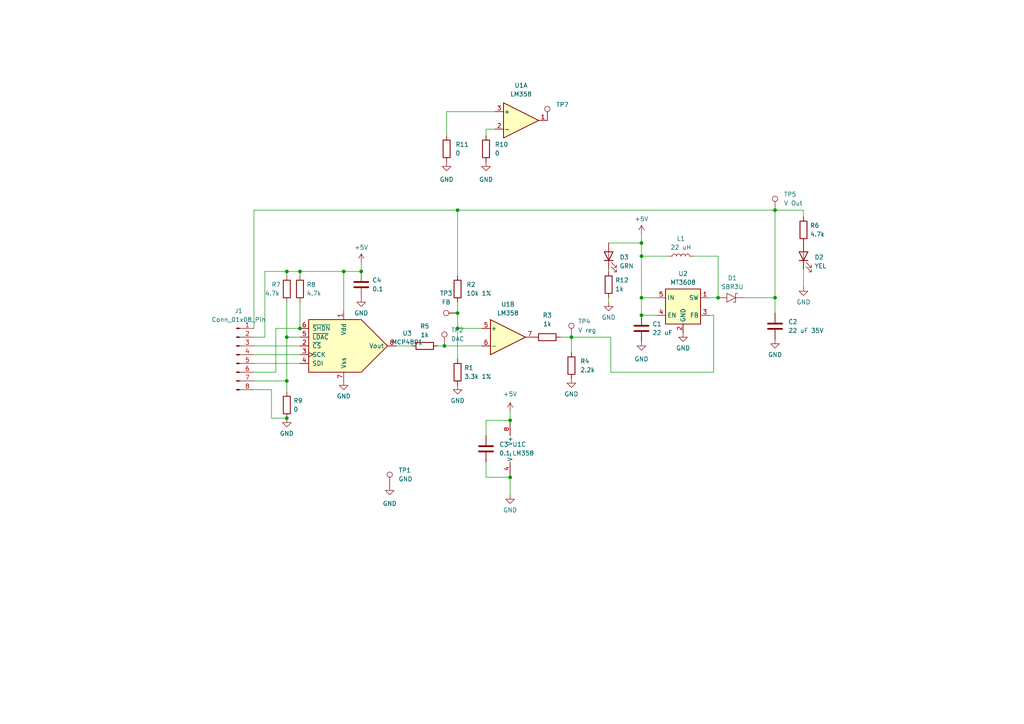
<source format=kicad_sch>
(kicad_sch (version 20230121) (generator eeschema)
  (paper "A4")
  (lib_symbols
    (symbol "Amplifier_Operational:LM358" (pin_names (offset 0.127))
      (property "Reference" "U" (at 0 5.08 0))
      (property "Value" "LM358" (at 0 -5.08 0))
      (symbol "LM358_1_1"
        (polyline (pts (xy -5.08 5.08) (xy 5.08 0) (xy -5.08 -5.08) (xy -5.08 5.08)) (stroke (width 0.254)) (fill (type background)))
        (pin output line (at 7.62 0 180) (length 2.54) (name "~") (number "1"))
        (pin input line (at -7.62 -2.54 0) (length 2.54) (name "-") (number "2"))
        (pin input line (at -7.62 2.54 0) (length 2.54) (name "+") (number "3"))
      )
      (symbol "LM358_2_1"
        (polyline (pts (xy -5.08 5.08) (xy 5.08 0) (xy -5.08 -5.08) (xy -5.08 5.08)) (stroke (width 0.254)) (fill (type background)))
        (pin input line (at -7.62 2.54 0) (length 2.54) (name "+") (number "5"))
        (pin input line (at -7.62 -2.54 0) (length 2.54) (name "-") (number "6"))
        (pin output line (at 7.62 0 180) (length 2.54) (name "~") (number "7"))
      )
      (symbol "LM358_3_1"
        (pin power_in line (at -2.54 -7.62 90) (length 3.81) (name "V-") (number "4"))
        (pin power_in line (at -2.54 7.62 270) (length 3.81) (name "V+") (number "8"))
      )
    )
    (symbol "Analog_DAC:MCP4801" (pin_names (offset 1.016))
      (property "Reference" "U" (at 1.27 10.795 0))
      (property "Value" "MCP4801" (at 1.27 8.89 0))
      (symbol "MCP4801_0_0"
        (polyline (pts (xy 12.7 0) (xy 5.08 7.62) (xy -10.16 7.62) (xy -10.16 -7.62) (xy 5.08 -7.62) (xy 12.7 0)) (stroke (width 0.254)) (fill (type background)))
      )
      (symbol "MCP4801_1_1"
        (pin power_in line (at 0 10.16 270) (length 2.54) (name "Vdd") (number "1"))
        (pin input line (at -12.7 0 0) (length 2.54) (name "~{CS}") (number "2"))
        (pin input clock (at -12.7 -2.54 0) (length 2.54) (name "SCK") (number "3"))
        (pin input line (at -12.7 -5.08 0) (length 2.54) (name "SDI") (number "4"))
        (pin input line (at -12.7 2.54 0) (length 2.54) (name "~{LDAC}") (number "5"))
        (pin input line (at -12.7 5.08 0) (length 2.54) (name "~{SHDN}") (number "6"))
        (pin power_in line (at 0 -10.16 90) (length 2.54) (name "Vss") (number "7"))
        (pin output line (at 15.24 0 180) (length 2.54) (name "Vout") (number "8"))
      )
    )
    (symbol "Connector:Conn_01x08_Pin" (pin_names (offset 1.016) hide)
      (property "Reference" "J" (at 0 10.16 0))
      (property "Value" "Conn_01x08_Pin" (at 0 -12.7 0))
      (symbol "Conn_01x08_Pin_1_1"
        (polyline (pts (xy 1.27 -10.16) (xy 0.8636 -10.16)) (stroke (width 0.1524)))
        (polyline (pts (xy 1.27 -7.62) (xy 0.8636 -7.62)) (stroke (width 0.1524)))
        (polyline (pts (xy 1.27 -5.08) (xy 0.8636 -5.08)) (stroke (width 0.1524)))
        (polyline (pts (xy 1.27 -2.54) (xy 0.8636 -2.54)) (stroke (width 0.1524)))
        (polyline (pts (xy 1.27 0) (xy 0.8636 0)) (stroke (width 0.1524)))
        (polyline (pts (xy 1.27 2.54) (xy 0.8636 2.54)) (stroke (width 0.1524)))
        (polyline (pts (xy 1.27 5.08) (xy 0.8636 5.08)) (stroke (width 0.1524)))
        (polyline (pts (xy 1.27 7.62) (xy 0.8636 7.62)) (stroke (width 0.1524)))
        (rectangle (start 0.8636 -10.033) (end 0 -10.287) (stroke (width 0.1524)) (fill (type outline)))
        (rectangle (start 0.8636 -7.493) (end 0 -7.747) (stroke (width 0.1524)) (fill (type outline)))
        (rectangle (start 0.8636 -4.953) (end 0 -5.207) (stroke (width 0.1524)) (fill (type outline)))
        (rectangle (start 0.8636 -2.413) (end 0 -2.667) (stroke (width 0.1524)) (fill (type outline)))
        (rectangle (start 0.8636 0.127) (end 0 -0.127) (stroke (width 0.1524)) (fill (type outline)))
        (rectangle (start 0.8636 2.667) (end 0 2.413) (stroke (width 0.1524)) (fill (type outline)))
        (rectangle (start 0.8636 5.207) (end 0 4.953) (stroke (width 0.1524)) (fill (type outline)))
        (rectangle (start 0.8636 7.747) (end 0 7.493) (stroke (width 0.1524)) (fill (type outline)))
        (pin passive line (at 5.08 7.62 180) (length 3.81) (name "Pin_1") (number "1"))
        (pin passive line (at 5.08 5.08 180) (length 3.81) (name "Pin_2") (number "2"))
        (pin passive line (at 5.08 2.54 180) (length 3.81) (name "Pin_3") (number "3"))
        (pin passive line (at 5.08 0 180) (length 3.81) (name "Pin_4") (number "4"))
        (pin passive line (at 5.08 -2.54 180) (length 3.81) (name "Pin_5") (number "5"))
        (pin passive line (at 5.08 -5.08 180) (length 3.81) (name "Pin_6") (number "6"))
        (pin passive line (at 5.08 -7.62 180) (length 3.81) (name "Pin_7") (number "7"))
        (pin passive line (at 5.08 -10.16 180) (length 3.81) (name "Pin_8") (number "8"))
      )
    )
    (symbol "Connector:TestPoint" (pin_numbers hide) (pin_names (offset 0.762) hide)
      (property "Reference" "TP" (at 0 6.858 0))
      (property "Value" "TestPoint" (at 0 5.08 0))
      (symbol "TestPoint_0_1"
        (circle (center 0 3.302) (radius 0.762))
      )
      (symbol "TestPoint_1_1"
        (pin passive line (at 0 0 90) (length 2.54) (name "1") (number "1"))
      )
    )
    (symbol "Device:C" (pin_numbers hide) (pin_names (offset 0.254))
      (property "Reference" "C" (at 0.635 2.54 0))
      (property "Value" "C" (at 0.635 -2.54 0))
      (symbol "C_0_1"
        (polyline (pts (xy -2.032 -0.762) (xy 2.032 -0.762)) (stroke (width 0.508)))
        (polyline (pts (xy -2.032 0.762) (xy 2.032 0.762)) (stroke (width 0.508)))
      )
      (symbol "C_1_1"
        (pin passive line (at 0 3.81 270) (length 2.794) (name "~") (number "1"))
        (pin passive line (at 0 -3.81 90) (length 2.794) (name "~") (number "2"))
      )
    )
    (symbol "Device:L" (pin_numbers hide) (pin_names (offset 1.016) hide)
      (property "Reference" "L" (at -1.27 0 90))
      (property "Value" "L" (at 1.905 0 90))
      (symbol "L_0_1"
        (arc (start 0 -2.54) (mid 0.6323 -1.905) (end 0 -1.27))
        (arc (start 0 -1.27) (mid 0.6323 -0.635) (end 0 0))
        (arc (start 0 0) (mid 0.6323 0.635) (end 0 1.27))
        (arc (start 0 1.27) (mid 0.6323 1.905) (end 0 2.54))
      )
      (symbol "L_1_1"
        (pin passive line (at 0 3.81 270) (length 1.27) (name "1") (number "1"))
        (pin passive line (at 0 -3.81 90) (length 1.27) (name "2") (number "2"))
      )
    )
    (symbol "Device:LED" (pin_numbers hide) (pin_names (offset 1.016) hide)
      (property "Reference" "D" (at 0 2.54 0))
      (property "Value" "LED" (at 0 -2.54 0))
      (symbol "LED_0_1"
        (polyline (pts (xy -1.27 -1.27) (xy -1.27 1.27)) (stroke (width 0.254)))
        (polyline (pts (xy -1.27 0) (xy 1.27 0)))
        (polyline (pts (xy 1.27 -1.27) (xy 1.27 1.27) (xy -1.27 0) (xy 1.27 -1.27)) (stroke (width 0.254)))
        (polyline (pts (xy -3.048 -0.762) (xy -4.572 -2.286) (xy -3.81 -2.286) (xy -4.572 -2.286) (xy -4.572 -1.524)))
        (polyline (pts (xy -1.778 -0.762) (xy -3.302 -2.286) (xy -2.54 -2.286) (xy -3.302 -2.286) (xy -3.302 -1.524)))
      )
      (symbol "LED_1_1"
        (pin passive line (at -3.81 0 0) (length 2.54) (name "K") (number "1"))
        (pin passive line (at 3.81 0 180) (length 2.54) (name "A") (number "2"))
      )
    )
    (symbol "Device:R" (pin_numbers hide) (pin_names (offset 0))
      (property "Reference" "R" (at 2.032 0 90))
      (property "Value" "R" (at 0 0 90))
      (symbol "R_0_1"
        (rectangle (start -1.016 -2.54) (end 1.016 2.54) (stroke (width 0.254)))
      )
      (symbol "R_1_1"
        (pin passive line (at 0 3.81 270) (length 1.27) (name "~") (number "1"))
        (pin passive line (at 0 -3.81 90) (length 1.27) (name "~") (number "2"))
      )
    )
    (symbol "Regulator_Switching:MT3608"
      (property "Reference" "U" (at -2.54 8.89 0))
      (property "Value" "MT3608" (at -3.81 6.35 0))
      (symbol "MT3608_0_1"
        (rectangle (start -5.08 5.08) (end 5.08 -5.08) (stroke (width 0.254)) (fill (type background)))
      )
      (symbol "MT3608_1_1"
        (pin passive line (at 7.62 2.54 180) (length 2.54) (name "SW") (number "1"))
        (pin power_in line (at 0 -7.62 90) (length 2.54) (name "GND") (number "2"))
        (pin input line (at 7.62 -2.54 180) (length 2.54) (name "FB") (number "3"))
        (pin input line (at -7.62 -2.54 0) (length 2.54) (name "EN") (number "4"))
        (pin power_in line (at -7.62 2.54 0) (length 2.54) (name "IN") (number "5"))
        (pin no_connect line (at 5.08 0 180) (length 2.54) hide (name "NC") (number "6"))
      )
    )
    (symbol "dmitriy:SBR3U60P1Q" (pin_numbers hide) (pin_names hide)
      (property "Reference" "D" (at -2.54 2.54 0))
      (property "Value" "SBR3U" (at 3.81 2.54 0))
      (symbol "SBR3U60P1Q_0_1"
        (polyline (pts (xy -1.27 0) (xy 1.27 -1.27)))
        (polyline (pts (xy -1.27 0) (xy 1.27 1.27)))
        (polyline (pts (xy -1.27 0.635) (xy -1.27 -0.635)))
        (polyline (pts (xy 1.27 1.27) (xy 1.27 -1.27)))
        (polyline (pts (xy -1.905 -1.27) (xy -1.27 -1.27) (xy -1.27 -0.635)))
        (polyline (pts (xy -1.27 0.635) (xy -1.27 1.27) (xy -0.635 1.27)))
      )
      (symbol "SBR3U60P1Q_1_1"
        (pin passive line (at -3.81 0 0) (length 2.54) (name "C") (number "1"))
        (pin passive line (at 3.81 0 180) (length 2.54) (name "A") (number "2"))
      )
    )
    (symbol "power:+5V" (power) (pin_names (offset 0))
      (property "Value" "+5V" (at 0 3.556 0))
      (symbol "+5V_0_1"
        (polyline (pts (xy -0.762 1.27) (xy 0 2.54)))
        (polyline (pts (xy 0 0) (xy 0 2.54)))
        (polyline (pts (xy 0 2.54) (xy 0.762 1.27)))
      )
      (symbol "+5V_1_1"
        (pin power_in line (at 0 0 90) (length 0) hide (name "+5V") (number "1"))
      )
    )
    (symbol "power:GND" (power) (pin_names (offset 0))
      (property "Value" "GND" (at 0 -3.81 0))
      (symbol "GND_0_1"
        (polyline (pts (xy 0 0) (xy 0 -1.27) (xy 1.27 -1.27) (xy 0 -2.54) (xy -1.27 -1.27) (xy 0 -1.27)))
      )
      (symbol "GND_1_1"
        (pin power_in line (at 0 0 270) (length 0) hide (name "GND") (number "1"))
      )
    )
  )
  (junction (at 132.715 90.805))
  (junction (at 83.185 97.79))
  (junction (at 186.055 86.36))
  (junction (at 147.955 121.92))
  (junction (at 83.185 110.49))
  (junction (at 99.695 78.74))
  (junction (at 224.79 86.36))
  (junction (at 86.995 95.25))
  (junction (at 165.735 97.79))
  (junction (at 86.995 78.74))
  (junction (at 104.775 78.74))
  (junction (at 208.28 86.36))
  (junction (at 83.185 78.74))
  (junction (at 186.055 70.485))
  (junction (at 83.185 121.285))
  (junction (at 132.715 60.96))
  (junction (at 186.055 91.44))
  (junction (at 128.905 100.33))
  (junction (at 147.955 138.43))
  (junction (at 224.79 60.96))
  (junction (at 186.055 74.295))
  (junction (at 132.715 95.25))
  (wire (pts (xy 205.74 91.44) (xy 207.01 91.44)))
  (wire (pts (xy 132.715 95.25) (xy 132.715 104.14)))
  (wire (pts (xy 104.775 78.74) (xy 99.695 78.74)))
  (wire (pts (xy 78.74 121.285) (xy 83.185 121.285)))
  (wire (pts (xy 140.97 138.43) (xy 147.955 138.43)))
  (wire (pts (xy 132.715 60.96) (xy 132.715 80.01)))
  (wire (pts (xy 176.53 70.485) (xy 186.055 70.485)))
  (wire (pts (xy 78.74 113.03) (xy 78.74 121.285)))
  (wire (pts (xy 104.775 76.2) (xy 104.775 78.74)))
  (wire (pts (xy 147.955 138.43) (xy 147.955 137.795)))
  (wire (pts (xy 143.51 37.465) (xy 140.97 37.465)))
  (wire (pts (xy 86.995 78.74) (xy 86.995 80.01)))
  (wire (pts (xy 165.735 97.79) (xy 165.735 102.235)))
  (wire (pts (xy 83.185 87.63) (xy 83.185 97.79)))
  (wire (pts (xy 129.54 32.385) (xy 129.54 39.37)))
  (wire (pts (xy 177.165 97.79) (xy 165.735 97.79)))
  (wire (pts (xy 186.055 91.44) (xy 190.5 91.44)))
  (wire (pts (xy 73.66 105.41) (xy 86.995 105.41)))
  (wire (pts (xy 83.185 110.49) (xy 83.185 113.665)))
  (wire (pts (xy 215.9 86.36) (xy 224.79 86.36)))
  (wire (pts (xy 73.66 97.79) (xy 76.835 97.79)))
  (wire (pts (xy 140.97 133.985) (xy 140.97 138.43)))
  (wire (pts (xy 73.66 60.96) (xy 132.715 60.96)))
  (wire (pts (xy 83.185 78.74) (xy 83.185 80.01)))
  (wire (pts (xy 176.53 87.63) (xy 176.53 86.36)))
  (wire (pts (xy 147.955 143.51) (xy 147.955 138.43)))
  (wire (pts (xy 80.01 95.25) (xy 80.01 107.95)))
  (wire (pts (xy 233.045 62.865) (xy 233.045 60.96)))
  (wire (pts (xy 73.66 107.95) (xy 80.01 107.95)))
  (wire (pts (xy 207.01 107.95) (xy 177.165 107.95)))
  (wire (pts (xy 86.995 97.79) (xy 83.185 97.79)))
  (wire (pts (xy 147.955 121.92) (xy 147.955 122.555)))
  (wire (pts (xy 207.01 91.44) (xy 207.01 107.95)))
  (wire (pts (xy 73.66 113.03) (xy 78.74 113.03)))
  (wire (pts (xy 233.045 78.105) (xy 233.045 83.185)))
  (wire (pts (xy 224.79 60.96) (xy 224.79 86.36)))
  (wire (pts (xy 73.66 95.25) (xy 73.66 60.96)))
  (wire (pts (xy 132.715 90.805) (xy 132.715 95.25)))
  (wire (pts (xy 224.79 86.36) (xy 224.79 90.805)))
  (wire (pts (xy 73.66 102.87) (xy 86.995 102.87)))
  (wire (pts (xy 143.51 32.385) (xy 129.54 32.385)))
  (wire (pts (xy 127 100.33) (xy 128.905 100.33)))
  (wire (pts (xy 140.97 37.465) (xy 140.97 39.37)))
  (wire (pts (xy 186.055 74.295) (xy 186.055 70.485)))
  (wire (pts (xy 83.185 97.79) (xy 83.185 110.49)))
  (wire (pts (xy 177.165 107.95) (xy 177.165 97.79)))
  (wire (pts (xy 186.055 86.36) (xy 190.5 86.36)))
  (wire (pts (xy 176.53 78.74) (xy 176.53 78.105)))
  (wire (pts (xy 201.295 74.295) (xy 208.28 74.295)))
  (wire (pts (xy 114.935 100.33) (xy 119.38 100.33)))
  (wire (pts (xy 99.695 78.74) (xy 86.995 78.74)))
  (wire (pts (xy 140.97 121.92) (xy 147.955 121.92)))
  (wire (pts (xy 208.28 86.36) (xy 205.74 86.36)))
  (wire (pts (xy 86.995 78.74) (xy 83.185 78.74)))
  (wire (pts (xy 73.66 110.49) (xy 83.185 110.49)))
  (wire (pts (xy 76.835 78.74) (xy 76.835 97.79)))
  (wire (pts (xy 73.66 100.33) (xy 86.995 100.33)))
  (wire (pts (xy 86.995 87.63) (xy 86.995 95.25)))
  (wire (pts (xy 233.045 60.96) (xy 224.79 60.96)))
  (wire (pts (xy 132.715 87.63) (xy 132.715 90.805)))
  (wire (pts (xy 186.055 74.295) (xy 193.675 74.295)))
  (wire (pts (xy 80.01 95.25) (xy 86.995 95.25)))
  (wire (pts (xy 162.56 97.79) (xy 165.735 97.79)))
  (wire (pts (xy 186.055 86.36) (xy 186.055 74.295)))
  (wire (pts (xy 208.28 74.295) (xy 208.28 86.36)))
  (wire (pts (xy 186.055 91.44) (xy 186.055 86.36)))
  (wire (pts (xy 186.055 70.485) (xy 186.055 67.945)))
  (wire (pts (xy 128.905 100.33) (xy 139.7 100.33)))
  (wire (pts (xy 139.7 95.25) (xy 132.715 95.25)))
  (wire (pts (xy 140.97 126.365) (xy 140.97 121.92)))
  (wire (pts (xy 99.695 78.74) (xy 99.695 90.17)))
  (wire (pts (xy 147.955 119.38) (xy 147.955 121.92)))
  (wire (pts (xy 132.715 60.96) (xy 224.79 60.96)))
  (wire (pts (xy 76.835 78.74) (xy 83.185 78.74)))
  (symbol (lib_id "power:GND") (at 176.53 87.63 0) (unit 1)
    (property "Reference" "#PWR013" (effects hide))
    (property "Value" "GND" (at 176.53 92.075 0))
  )
  (symbol (lib_id "power:GND") (at 129.54 46.99 0) (unit 1)
    (property "Reference" "#PWR011" (effects hide))
    (property "Value" "GND" (at 129.54 52.07 0))
  )
  (symbol (lib_id "Device:L") (at 197.485 74.295 90) (unit 1)
    (property "Reference" "L1" (at 197.485 69.215 90))
    (property "Value" "22 uH" (at 197.485 71.755 90))
    (property "Footprint" "Inductor_SMD:L_Taiyo-Yuden_NR-30xx_HandSoldering" (effects hide))
  )
  (symbol (lib_id "power:GND") (at 147.955 143.51 0) (unit 1)
    (property "Reference" "#PWR01" (effects hide))
    (property "Value" "GND" (at 147.955 147.955 0))
  )
  (symbol (lib_id "Connector:TestPoint") (at 132.715 90.805 90) (unit 1)
    (property "Reference" "TP3" (at 129.413 85.09 90))
    (property "Value" "FB" (at 129.413 87.63 90))
    (property "Footprint" "TestPoint:TestPoint_Bridge_Pitch2.54mm_Drill1.0mm" (effects hide))
  )
  (symbol (lib_id "power:GND") (at 224.79 98.425 0) (unit 1)
    (property "Reference" "#PWR06" (effects hide))
    (property "Value" "GND" (at 224.79 102.87 0))
  )
  (symbol (lib_id "Connector:Conn_01x08_Pin") (at 68.58 102.87 0) (unit 1)
    (property "Reference" "J1" (at 69.215 90.17 0))
    (property "Value" "Conn_01x08_Pin" (at 69.215 92.71 0))
    (property "Footprint" "Connector_PinHeader_2.54mm:PinHeader_1x08_P2.54mm_Vertical" (effects hide))
  )
  (symbol (lib_id "Device:R") (at 132.715 107.95 0) (unit 1)
    (property "Reference" "R1" (at 134.62 106.68 0) (effects (justify left)))
    (property "Value" "3.3k 1%" (at 134.62 109.22 0) (effects (justify left)))
    (property "Footprint" "Resistor_SMD:R_0603_1608Metric_Pad0.98x0.95mm_HandSolder" (effects hide))
  )
  (symbol (lib_id "Device:R") (at 165.735 106.045 0) (unit 1)
    (property "Reference" "R4" (at 168.275 104.775 0) (effects (justify left)))
    (property "Value" "2.2k" (at 168.275 107.315 0) (effects (justify left)))
    (property "Footprint" "Resistor_SMD:R_0603_1608Metric_Pad0.98x0.95mm_HandSolder" (effects hide))
  )
  (symbol (lib_id "Device:C") (at 224.79 94.615 0) (unit 1)
    (property "Reference" "C2" (at 228.6 93.345 0) (effects (justify left)))
    (property "Value" "22 uF 35V" (at 228.6 95.885 0) (effects (justify left)))
    (property "Footprint" "Capacitor_SMD:C_1210_3225Metric_Pad1.33x2.70mm_HandSolder" (effects hide))
  )
  (symbol (lib_id "Connector:TestPoint") (at 165.735 97.79 0) (unit 1)
    (property "Reference" "TP4" (at 167.64 93.218 0) (effects (justify left)))
    (property "Value" "V reg" (at 167.64 95.758 0) (effects (justify left)))
    (property "Footprint" "TestPoint:TestPoint_Bridge_Pitch2.54mm_Drill1.0mm" (effects hide))
  )
  (symbol (lib_id "Device:R") (at 86.995 83.82 0) (unit 1)
    (property "Reference" "R8" (at 88.9 82.55 0) (effects (justify left)))
    (property "Value" "4.7k" (at 88.9 85.09 0) (effects (justify left)))
    (property "Footprint" "Resistor_SMD:R_0603_1608Metric_Pad0.98x0.95mm_HandSolder" (effects hide))
  )
  (symbol (lib_id "Device:R") (at 158.75 97.79 90) (unit 1)
    (property "Reference" "R3" (at 158.75 91.44 90))
    (property "Value" "1k" (at 158.75 93.98 90))
    (property "Footprint" "Resistor_SMD:R_0603_1608Metric_Pad0.98x0.95mm_HandSolder" (effects hide))
  )
  (symbol (lib_id "power:GND") (at 140.97 46.99 0) (unit 1)
    (property "Reference" "#PWR012" (effects hide))
    (property "Value" "GND" (at 140.97 52.07 0))
  )
  (symbol (lib_id "Device:LED") (at 176.53 74.295 90) (unit 1)
    (property "Reference" "D3" (at 179.705 74.6125 90) (effects (justify right)))
    (property "Value" "GRN" (at 179.705 77.1525 90) (effects (justify right)))
    (property "Footprint" "LED_SMD:LED_0805_2012Metric_Pad1.15x1.40mm_HandSolder" (effects hide))
  )
  (symbol (lib_id "Device:C") (at 186.055 95.25 0) (unit 1)
    (property "Reference" "C1" (at 189.23 93.98 0) (effects (justify left)))
    (property "Value" "22 uF" (at 189.23 96.52 0) (effects (justify left)))
    (property "Footprint" "Capacitor_SMD:C_0603_1608Metric_Pad1.08x0.95mm_HandSolder" (effects hide))
  )
  (symbol (lib_id "power:GND") (at 99.695 110.49 0) (unit 1)
    (property "Reference" "#PWR08" (effects hide))
    (property "Value" "GND" (at 99.695 114.935 0))
  )
  (symbol (lib_id "Device:R") (at 233.045 66.675 0) (unit 1)
    (property "Reference" "R6" (at 234.95 65.405 0) (effects (justify left)))
    (property "Value" "4.7k" (at 234.95 67.945 0) (effects (justify left)))
    (property "Footprint" "Resistor_SMD:R_0603_1608Metric_Pad0.98x0.95mm_HandSolder" (effects hide))
  )
  (symbol (lib_id "power:+5V") (at 104.775 76.2 0) (unit 1)
    (property "Reference" "#PWR017" (effects hide))
    (property "Value" "+5V" (at 104.775 71.755 0))
  )
  (symbol (lib_id "Amplifier_Operational:LM358") (at 147.32 97.79 0) (unit 2)
    (property "Reference" "U1" (at 147.32 88.265 0))
    (property "Value" "LM358" (at 147.32 90.805 0))
    (property "Footprint" "Package_SO:SOIC-8_3.9x4.9mm_P1.27mm" (effects hide))
    (property "Datasheet" "http://www.ti.com/lit/ds/symlink/lm2904-n.pdf" (effects hide))
  )
  (symbol (lib_id "Analog_DAC:MCP4801") (at 99.695 100.33 0) (unit 1)
    (property "Reference" "U3" (at 118.11 96.6821 0))
    (property "Value" "MCP4801" (at 118.11 99.2221 0))
    (property "Footprint" "Package_SO:SOIC-8_3.9x4.9mm_P1.27mm" (effects hide))
    (property "Datasheet" "http://ww1.microchip.com/downloads/en/DeviceDoc/22244B.pdf" (effects hide))
  )
  (symbol (lib_id "Device:R") (at 132.715 83.82 0) (unit 1)
    (property "Reference" "R2" (at 135.255 82.55 0) (effects (justify left)))
    (property "Value" "10k 1%" (at 135.255 85.09 0) (effects (justify left)))
    (property "Footprint" "Resistor_SMD:R_0603_1608Metric_Pad0.98x0.95mm_HandSolder" (effects hide))
  )
  (symbol (lib_id "Device:R") (at 123.19 100.33 90) (unit 1)
    (property "Reference" "R5" (at 123.19 94.615 90))
    (property "Value" "1k" (at 123.19 97.155 90))
    (property "Footprint" "Resistor_SMD:R_0603_1608Metric_Pad0.98x0.95mm_HandSolder" (effects hide))
  )
  (symbol (lib_id "Connector:TestPoint") (at 128.905 100.33 0) (unit 1)
    (property "Reference" "TP2" (at 130.81 95.758 0) (effects (justify left)))
    (property "Value" "DAC" (at 130.81 98.298 0) (effects (justify left)))
    (property "Footprint" "TestPoint:TestPoint_Bridge_Pitch2.54mm_Drill1.0mm" (effects hide))
  )
  (symbol (lib_id "power:GND") (at 104.775 86.36 0) (unit 1)
    (property "Reference" "#PWR014" (effects hide))
    (property "Value" "GND" (at 104.775 90.805 0))
  )
  (symbol (lib_id "power:GND") (at 198.12 96.52 0) (unit 1)
    (property "Reference" "#PWR04" (effects hide))
    (property "Value" "GND" (at 198.12 100.965 0))
  )
  (symbol (lib_id "Connector:TestPoint") (at 158.75 34.925 0) (unit 1)
    (property "Reference" "TP7" (at 161.29 30.353 0) (effects (justify left)))
    (property "Value" "TestPoint" (effects hide))
    (property "Footprint" "TestPoint:TestPoint_Pad_1.5x1.5mm" (effects hide))
  )
  (symbol (lib_id "Device:LED") (at 233.045 74.295 90) (unit 1)
    (property "Reference" "D2" (at 236.22 74.6125 90) (effects (justify right)))
    (property "Value" "YEL" (at 236.22 77.1525 90) (effects (justify right)))
    (property "Footprint" "LED_SMD:LED_0805_2012Metric_Pad1.15x1.40mm_HandSolder" (effects hide))
  )
  (symbol (lib_id "power:GND") (at 113.03 140.97 0) (unit 1)
    (property "Reference" "#PWR016" (effects hide))
    (property "Value" "GND" (at 113.03 146.05 0))
  )
  (symbol (lib_id "Regulator_Switching:MT3608") (at 198.12 88.9 0) (unit 1)
    (property "Reference" "U2" (at 198.12 79.375 0))
    (property "Value" "MT3608" (at 198.12 81.915 0))
    (property "Footprint" "Package_TO_SOT_SMD:SOT-23-6" (effects hide))
    (property "Datasheet" "https://www.olimex.com/Products/Breadboarding/BB-PWR-3608/resources/MT3608.pdf" (effects hide))
  )
  (symbol (lib_id "power:GND") (at 132.715 111.76 0) (unit 1)
    (property "Reference" "#PWR02" (effects hide))
    (property "Value" "GND" (at 132.715 116.205 0))
  )
  (symbol (lib_id "power:+5V") (at 186.055 67.945 0) (unit 1)
    (property "Reference" "#PWR010" (effects hide))
    (property "Value" "+5V" (at 186.055 63.5 0))
  )
  (symbol (lib_id "Device:R") (at 129.54 43.18 0) (unit 1)
    (property "Reference" "R11" (at 132.08 41.91 0) (effects (justify left)))
    (property "Value" "0" (at 132.08 44.45 0) (effects (justify left)))
    (property "Footprint" "Resistor_SMD:R_0603_1608Metric_Pad0.98x0.95mm_HandSolder" (effects hide))
  )
  (symbol (lib_id "power:GND") (at 186.055 99.06 0) (unit 1)
    (property "Reference" "#PWR05" (effects hide))
    (property "Value" "GND" (at 186.055 104.14 0))
  )
  (symbol (lib_id "Amplifier_Operational:LM358") (at 151.13 34.925 0) (unit 1)
    (property "Reference" "U1" (at 151.13 24.765 0))
    (property "Value" "LM358" (at 151.13 27.305 0))
    (property "Footprint" "Package_SO:SOIC-8_3.9x4.9mm_P1.27mm" (effects hide))
    (property "Datasheet" "http://www.ti.com/lit/ds/symlink/lm2904-n.pdf" (effects hide))
  )
  (symbol (lib_id "dmitriy:SBR3U60P1Q") (at 212.09 86.36 180) (unit 1)
    (property "Reference" "D1" (at 212.4075 80.645 0))
    (property "Value" "SBR3U" (at 212.4075 83.185 0))
    (property "Footprint" "Diode_SMD:D_PowerDI-123" (effects hide))
    (property "Datasheet" "https://www.diodes.com/assets/Datasheets/SBR3U60P1Q.pdf" (effects hide))
  )
  (symbol (lib_id "power:+5V") (at 147.955 119.38 0) (unit 1)
    (property "Reference" "#PWR09" (effects hide))
    (property "Value" "+5V" (at 147.955 114.3 0))
  )
  (symbol (lib_id "Connector:TestPoint") (at 224.79 60.96 0) (unit 1)
    (property "Reference" "TP5" (at 227.33 56.388 0) (effects (justify left)))
    (property "Value" "V Out" (at 227.33 58.928 0) (effects (justify left)))
    (property "Footprint" "TestPoint:TestPoint_Bridge_Pitch2.54mm_Drill1.0mm" (effects hide))
  )
  (symbol (lib_id "Amplifier_Operational:LM358") (at 150.495 130.175 0) (unit 3)
    (property "Reference" "U1" (at 148.59 128.905 0) (effects (justify left)))
    (property "Value" "LM358" (at 148.59 131.445 0) (effects (justify left)))
    (property "Footprint" "Package_SO:SOIC-8_3.9x4.9mm_P1.27mm" (effects hide))
    (property "Datasheet" "http://www.ti.com/lit/ds/symlink/lm2904-n.pdf" (effects hide))
  )
  (symbol (lib_id "power:GND") (at 165.735 109.855 0) (unit 1)
    (property "Reference" "#PWR03" (effects hide))
    (property "Value" "GND" (at 165.735 114.3 0))
  )
  (symbol (lib_id "Device:C") (at 140.97 130.175 0) (unit 1)
    (property "Reference" "C3" (at 144.78 128.905 0) (effects (justify left)))
    (property "Value" "0.1" (at 144.78 131.445 0) (effects (justify left)))
    (property "Footprint" "Capacitor_SMD:C_0603_1608Metric_Pad1.08x0.95mm_HandSolder" (effects hide))
  )
  (symbol (lib_id "Device:R") (at 140.97 43.18 0) (unit 1)
    (property "Reference" "R10" (at 143.51 41.91 0) (effects (justify left)))
    (property "Value" "0" (at 143.51 44.45 0) (effects (justify left)))
    (property "Footprint" "Resistor_SMD:R_0603_1608Metric_Pad0.98x0.95mm_HandSolder" (effects hide))
  )
  (symbol (lib_id "Connector:TestPoint") (at 113.03 140.97 0) (unit 1)
    (property "Reference" "TP1" (at 115.57 136.398 0) (effects (justify left)))
    (property "Value" "GND" (at 115.57 138.938 0) (effects (justify left)))
    (property "Footprint" "TestPoint:TestPoint_Bridge_Pitch2.54mm_Drill1.0mm" (effects hide))
  )
  (symbol (lib_id "power:GND") (at 83.185 121.285 0) (unit 1)
    (property "Reference" "#PWR015" (effects hide))
    (property "Value" "GND" (at 83.185 125.73 0))
  )
  (symbol (lib_id "power:GND") (at 233.045 83.185 0) (unit 1)
    (property "Reference" "#PWR07" (effects hide))
    (property "Value" "GND" (at 233.045 87.63 0))
  )
  (symbol (lib_id "Device:R") (at 83.185 117.475 0) (unit 1)
    (property "Reference" "R9" (at 85.09 116.205 0) (effects (justify left)))
    (property "Value" "0" (at 85.09 118.745 0) (effects (justify left)))
    (property "Footprint" "Resistor_SMD:R_0603_1608Metric_Pad0.98x0.95mm_HandSolder" (effects hide))
  )
  (symbol (lib_id "Device:C") (at 104.775 82.55 0) (unit 1)
    (property "Reference" "C4" (at 107.95 81.28 0) (effects (justify left)))
    (property "Value" "0.1" (at 107.95 83.82 0) (effects (justify left)))
    (property "Footprint" "Capacitor_SMD:C_0603_1608Metric_Pad1.08x0.95mm_HandSolder" (effects hide))
  )
  (symbol (lib_id "Device:R") (at 83.185 83.82 0) (unit 1)
    (property "Reference" "R7" (at 78.74 82.55 0) (effects (justify left)))
    (property "Value" "4.7k" (at 76.835 85.09 0) (effects (justify left)))
    (property "Footprint" "Resistor_SMD:R_0603_1608Metric_Pad0.98x0.95mm_HandSolder" (effects hide))
  )
  (symbol (lib_id "Device:R") (at 176.53 82.55 0) (unit 1)
    (property "Reference" "R12" (at 178.435 81.28 0) (effects (justify left)))
    (property "Value" "1k" (at 178.435 83.82 0) (effects (justify left)))
    (property "Footprint" "Resistor_SMD:R_0603_1608Metric_Pad0.98x0.95mm_HandSolder" (effects hide))
  )
)
</source>
